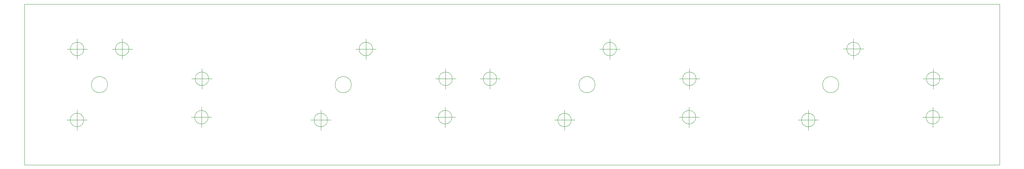
<source format=gbr>
%TF.GenerationSoftware,KiCad,Pcbnew,6.0.2+dfsg-1*%
%TF.CreationDate,2024-03-03T02:30:23+01:00*%
%TF.ProjectId,RACK_CONNECTOR_V2,5241434b-5f43-44f4-9e4e-4543544f525f,rev?*%
%TF.SameCoordinates,Original*%
%TF.FileFunction,Profile,NP*%
%FSLAX46Y46*%
G04 Gerber Fmt 4.6, Leading zero omitted, Abs format (unit mm)*
G04 Created by KiCad (PCBNEW 6.0.2+dfsg-1) date 2024-03-03 02:30:23*
%MOMM*%
%LPD*%
G01*
G04 APERTURE LIST*
%TA.AperFunction,Profile*%
%ADD10C,0.100000*%
%TD*%
G04 APERTURE END LIST*
D10*
X229290000Y-99660000D02*
G75*
G03*
X229290000Y-99660000I-2000000J0D01*
G01*
X169290000Y-99660000D02*
G75*
G03*
X169290000Y-99660000I-2000000J0D01*
G01*
X109290000Y-99660000D02*
G75*
G03*
X109290000Y-99660000I-2000000J0D01*
G01*
X49290000Y-99660000D02*
G75*
G03*
X49290000Y-99660000I-2000000J0D01*
G01*
X254166666Y-98220000D02*
G75*
G03*
X254166666Y-98220000I-1666666J0D01*
G01*
X250000000Y-98220000D02*
X255000000Y-98220000D01*
X252500000Y-95720000D02*
X252500000Y-100720000D01*
X234546666Y-90860000D02*
G75*
G03*
X234546666Y-90860000I-1666666J0D01*
G01*
X230380000Y-90860000D02*
X235380000Y-90860000D01*
X232880000Y-88360000D02*
X232880000Y-93360000D01*
X194156666Y-98220000D02*
G75*
G03*
X194156666Y-98220000I-1666666J0D01*
G01*
X189990000Y-98220000D02*
X194990000Y-98220000D01*
X192490000Y-95720000D02*
X192490000Y-100720000D01*
X174546666Y-90870000D02*
G75*
G03*
X174546666Y-90870000I-1666666J0D01*
G01*
X170380000Y-90870000D02*
X175380000Y-90870000D01*
X172880000Y-88370000D02*
X172880000Y-93370000D01*
X134156666Y-98220000D02*
G75*
G03*
X134156666Y-98220000I-1666666J0D01*
G01*
X129990000Y-98220000D02*
X134990000Y-98220000D01*
X132490000Y-95720000D02*
X132490000Y-100720000D01*
X145066666Y-98220000D02*
G75*
G03*
X145066666Y-98220000I-1666666J0D01*
G01*
X140900000Y-98220000D02*
X145900000Y-98220000D01*
X143400000Y-95720000D02*
X143400000Y-100720000D01*
X114546666Y-90870000D02*
G75*
G03*
X114546666Y-90870000I-1666666J0D01*
G01*
X110380000Y-90870000D02*
X115380000Y-90870000D01*
X112880000Y-88370000D02*
X112880000Y-93370000D01*
X74166666Y-98220000D02*
G75*
G03*
X74166666Y-98220000I-1666666J0D01*
G01*
X70000000Y-98220000D02*
X75000000Y-98220000D01*
X72500000Y-95720000D02*
X72500000Y-100720000D01*
X254066666Y-107690000D02*
G75*
G03*
X254066666Y-107690000I-1666666J0D01*
G01*
X249900000Y-107690000D02*
X254900000Y-107690000D01*
X252400000Y-105190000D02*
X252400000Y-110190000D01*
X223426666Y-108380000D02*
G75*
G03*
X223426666Y-108380000I-1666666J0D01*
G01*
X219260000Y-108380000D02*
X224260000Y-108380000D01*
X221760000Y-105880000D02*
X221760000Y-110880000D01*
X194066666Y-107690000D02*
G75*
G03*
X194066666Y-107690000I-1666666J0D01*
G01*
X189900000Y-107690000D02*
X194900000Y-107690000D01*
X192400000Y-105190000D02*
X192400000Y-110190000D01*
X163426666Y-108380000D02*
G75*
G03*
X163426666Y-108380000I-1666666J0D01*
G01*
X159260000Y-108380000D02*
X164260000Y-108380000D01*
X161760000Y-105880000D02*
X161760000Y-110880000D01*
X134046666Y-107680000D02*
G75*
G03*
X134046666Y-107680000I-1666666J0D01*
G01*
X129880000Y-107680000D02*
X134880000Y-107680000D01*
X132380000Y-105180000D02*
X132380000Y-110180000D01*
X103426666Y-108380000D02*
G75*
G03*
X103426666Y-108380000I-1666666J0D01*
G01*
X99260000Y-108380000D02*
X104260000Y-108380000D01*
X101760000Y-105880000D02*
X101760000Y-110880000D01*
X74056666Y-107690000D02*
G75*
G03*
X74056666Y-107690000I-1666666J0D01*
G01*
X69890000Y-107690000D02*
X74890000Y-107690000D01*
X72390000Y-105190000D02*
X72390000Y-110190000D01*
X54546666Y-90870000D02*
G75*
G03*
X54546666Y-90870000I-1666666J0D01*
G01*
X50380000Y-90870000D02*
X55380000Y-90870000D01*
X52880000Y-88370000D02*
X52880000Y-93370000D01*
X43466666Y-90870000D02*
G75*
G03*
X43466666Y-90870000I-1666666J0D01*
G01*
X39300000Y-90870000D02*
X44300000Y-90870000D01*
X41800000Y-88370000D02*
X41800000Y-93370000D01*
X43426666Y-108370000D02*
G75*
G03*
X43426666Y-108370000I-1666666J0D01*
G01*
X39260000Y-108370000D02*
X44260000Y-108370000D01*
X41760000Y-105870000D02*
X41760000Y-110870000D01*
X28860000Y-79810000D02*
X268860000Y-79810000D01*
X268860000Y-79810000D02*
X268860000Y-119410000D01*
X268860000Y-119410000D02*
X28860000Y-119410000D01*
X28860000Y-119410000D02*
X28860000Y-79810000D01*
M02*

</source>
